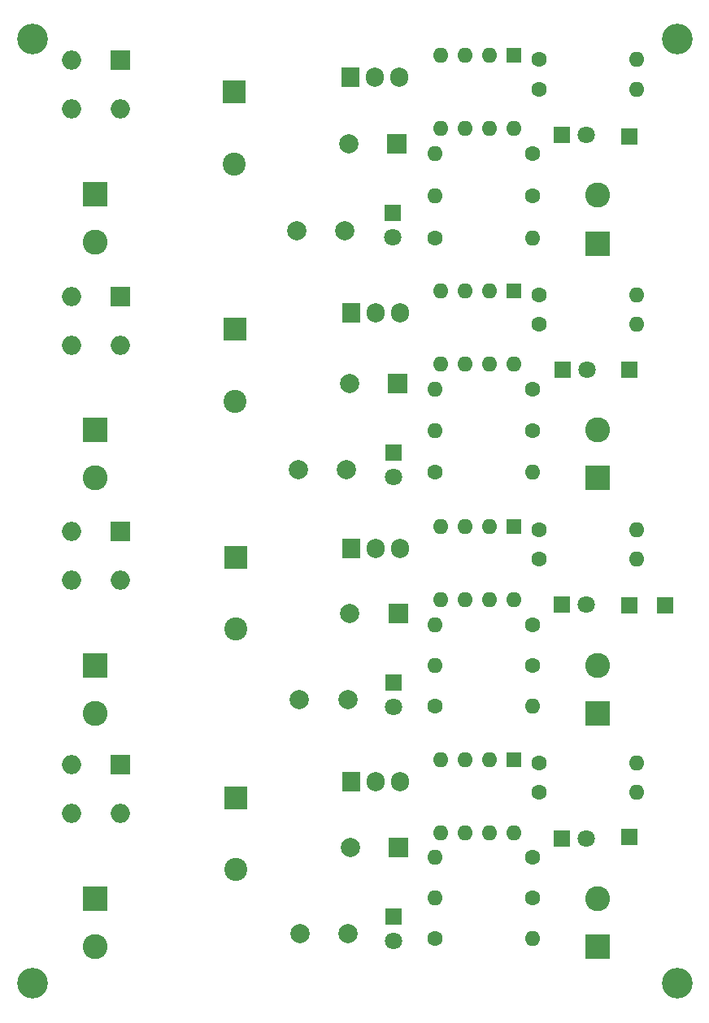
<source format=gbr>
%TF.GenerationSoftware,KiCad,Pcbnew,8.0.4*%
%TF.CreationDate,2025-01-05T13:35:29+05:30*%
%TF.ProjectId,Driver Circuit Combined - V1,44726976-6572-4204-9369-726375697420,rev?*%
%TF.SameCoordinates,Original*%
%TF.FileFunction,Soldermask,Bot*%
%TF.FilePolarity,Negative*%
%FSLAX46Y46*%
G04 Gerber Fmt 4.6, Leading zero omitted, Abs format (unit mm)*
G04 Created by KiCad (PCBNEW 8.0.4) date 2025-01-05 13:35:29*
%MOMM*%
%LPD*%
G01*
G04 APERTURE LIST*
%ADD10R,1.905000X2.000000*%
%ADD11O,1.905000X2.000000*%
%ADD12C,1.600000*%
%ADD13O,1.600000X1.600000*%
%ADD14R,1.800000X1.800000*%
%ADD15C,1.800000*%
%ADD16R,2.600000X2.600000*%
%ADD17C,2.600000*%
%ADD18C,2.000000*%
%ADD19R,1.600000X1.600000*%
%ADD20R,2.400000X2.400000*%
%ADD21C,2.400000*%
%ADD22R,2.000000X2.000000*%
%ADD23O,2.000000X2.000000*%
%ADD24R,1.700000X1.700000*%
%ADD25C,3.200000*%
G04 APERTURE END LIST*
D10*
%TO.C,7815*%
X163158000Y-113346000D03*
D11*
X165698000Y-113346000D03*
X168238000Y-113346000D03*
%TD*%
D12*
%TO.C,10E*%
X182058000Y-170056000D03*
D13*
X171898000Y-170056000D03*
%TD*%
D12*
%TO.C,10K*%
X182058000Y-150046000D03*
D13*
X171898000Y-150046000D03*
%TD*%
D12*
%TO.C,220E*%
X182718000Y-90006000D03*
D13*
X192878000Y-90006000D03*
%TD*%
D12*
%TO.C,220E*%
X182758000Y-114476000D03*
D13*
X192918000Y-114476000D03*
%TD*%
D10*
%TO.C,7815*%
X163178000Y-162156000D03*
D11*
X165718000Y-162156000D03*
X168258000Y-162156000D03*
%TD*%
D14*
%TO.C,SIG LED 2*%
X185138000Y-119246000D03*
D15*
X187678000Y-119246000D03*
%TD*%
D12*
%TO.C,10K*%
X182078000Y-174286000D03*
D13*
X171918000Y-174286000D03*
%TD*%
D16*
%TO.C,AC INPUT 3*%
X136508000Y-150016000D03*
D17*
X136508000Y-155016000D03*
%TD*%
D12*
%TO.C,220E*%
X182733000Y-163296000D03*
D13*
X192893000Y-163296000D03*
%TD*%
D18*
%TO.C,0.1uF*%
X162638000Y-129646000D03*
X157638000Y-129646000D03*
%TD*%
D19*
%TO.C,TL250H*%
X180088000Y-86456000D03*
D13*
X177548000Y-86456000D03*
X175008000Y-86456000D03*
X172468000Y-86456000D03*
X172468000Y-94076000D03*
X175008000Y-94076000D03*
X177548000Y-94076000D03*
X180088000Y-94076000D03*
%TD*%
D12*
%TO.C,10E*%
X182068000Y-145796000D03*
D13*
X171908000Y-145796000D03*
%TD*%
D14*
%TO.C,DC LED 4*%
X167568000Y-176256000D03*
D15*
X167568000Y-178796000D03*
%TD*%
D20*
%TO.C,2200uF*%
X150998000Y-90286000D03*
D21*
X150998000Y-97786000D03*
%TD*%
D12*
%TO.C,2.2K*%
X171908000Y-129866000D03*
D13*
X182068000Y-129866000D03*
%TD*%
D12*
%TO.C,2.2K*%
X182733000Y-135956000D03*
D13*
X192893000Y-135956000D03*
%TD*%
D12*
%TO.C,10E*%
X182078000Y-121246000D03*
D13*
X171918000Y-121246000D03*
%TD*%
D12*
%TO.C,2.2K*%
X171888000Y-178546000D03*
D13*
X182048000Y-178546000D03*
%TD*%
D14*
%TO.C,DC LED 3*%
X167548000Y-151856000D03*
D15*
X167548000Y-154396000D03*
%TD*%
D18*
%TO.C,0.1uF*%
X162788000Y-153606000D03*
X157788000Y-153606000D03*
%TD*%
D14*
%TO.C,SIG LED 1*%
X185088000Y-94806000D03*
D15*
X187628000Y-94806000D03*
%TD*%
D14*
%TO.C,SIG LED 4 *%
X185098000Y-168086000D03*
D15*
X187638000Y-168086000D03*
%TD*%
D22*
%TO.C,D4*%
X139108000Y-160406000D03*
D23*
X134028000Y-160406000D03*
X134028000Y-165486000D03*
X139108000Y-165486000D03*
%TD*%
D16*
%TO.C,DC OUTPUT 1*%
X188828000Y-106076000D03*
D17*
X188828000Y-101076000D03*
%TD*%
D22*
%TO.C,D1*%
X139108000Y-87006000D03*
D23*
X134028000Y-87006000D03*
X134028000Y-92086000D03*
X139108000Y-92086000D03*
%TD*%
D20*
%TO.C,2200uF*%
X151128000Y-163818220D03*
D21*
X151128000Y-171318220D03*
%TD*%
D14*
%TO.C,DC LED 2*%
X167548000Y-127896000D03*
D15*
X167548000Y-130436000D03*
%TD*%
D16*
%TO.C,AC INPUT 1*%
X136508000Y-100956000D03*
D17*
X136508000Y-105956000D03*
%TD*%
D12*
%TO.C,10K*%
X182068000Y-125566000D03*
D13*
X171908000Y-125566000D03*
%TD*%
D24*
%TO.C,SIG IN 3*%
X192143000Y-143796000D03*
%TD*%
D14*
%TO.C,SIG LED 3*%
X185098000Y-143746000D03*
D15*
X187638000Y-143746000D03*
%TD*%
D10*
%TO.C,7815*%
X163088000Y-88756000D03*
D11*
X165628000Y-88756000D03*
X168168000Y-88756000D03*
%TD*%
D12*
%TO.C,10E*%
X182018000Y-96726000D03*
D13*
X171858000Y-96726000D03*
%TD*%
D19*
%TO.C,TLP250H*%
X180128000Y-111046000D03*
D13*
X177588000Y-111046000D03*
X175048000Y-111046000D03*
X172508000Y-111046000D03*
X172508000Y-118666000D03*
X175048000Y-118666000D03*
X177588000Y-118666000D03*
X180128000Y-118666000D03*
%TD*%
D20*
%TO.C,2200uF*%
X151078000Y-115038220D03*
D21*
X151078000Y-122538220D03*
%TD*%
D25*
%TO.C,*%
X129950000Y-84820000D03*
%TD*%
D12*
%TO.C,2.2K*%
X171858000Y-154266000D03*
D13*
X182018000Y-154266000D03*
%TD*%
D24*
%TO.C,GND*%
X195820000Y-143780000D03*
%TD*%
%TO.C,SIG IN 1*%
X192128000Y-94906000D03*
%TD*%
D18*
%TO.C,0.1uF*%
X162798000Y-178006000D03*
X157798000Y-178006000D03*
%TD*%
D25*
%TO.C,*%
X197100000Y-183170000D03*
%TD*%
D16*
%TO.C,AC INPUT 4*%
X136508000Y-174366000D03*
D17*
X136508000Y-179366000D03*
%TD*%
D12*
%TO.C,220E*%
X182733000Y-138996000D03*
D13*
X192893000Y-138996000D03*
%TD*%
D14*
%TO.C,DC LED 1*%
X167468000Y-102936000D03*
D15*
X167468000Y-105476000D03*
%TD*%
D19*
%TO.C,TLP250H*%
X180128000Y-135556000D03*
D13*
X177588000Y-135556000D03*
X175048000Y-135556000D03*
X172508000Y-135556000D03*
X172508000Y-143176000D03*
X175048000Y-143176000D03*
X177588000Y-143176000D03*
X180128000Y-143176000D03*
%TD*%
D10*
%TO.C,7815*%
X163168000Y-137856000D03*
D11*
X165708000Y-137856000D03*
X168248000Y-137856000D03*
%TD*%
D12*
%TO.C,10K*%
X182038000Y-101156000D03*
D13*
X171878000Y-101156000D03*
%TD*%
D19*
%TO.C,TLP250H*%
X180118000Y-159856000D03*
D13*
X177578000Y-159856000D03*
X175038000Y-159856000D03*
X172498000Y-159856000D03*
X172498000Y-167476000D03*
X175038000Y-167476000D03*
X177578000Y-167476000D03*
X180118000Y-167476000D03*
%TD*%
D12*
%TO.C,2.2K*%
X182733000Y-160256000D03*
D13*
X192893000Y-160256000D03*
%TD*%
D22*
%TO.C,220uF*%
X167938000Y-95666000D03*
D18*
X162938000Y-95666000D03*
%TD*%
D16*
%TO.C,DC OUTPUT 3*%
X188843000Y-155016000D03*
D17*
X188843000Y-150016000D03*
%TD*%
D20*
%TO.C,2200uF*%
X151118000Y-138766000D03*
D21*
X151118000Y-146266000D03*
%TD*%
D16*
%TO.C,DC OUTPUT 4*%
X188843000Y-179366000D03*
D17*
X188843000Y-174366000D03*
%TD*%
D22*
%TO.C,D3*%
X139108000Y-136106000D03*
D23*
X134028000Y-136106000D03*
X134028000Y-141186000D03*
X139108000Y-141186000D03*
%TD*%
D12*
%TO.C,2.2K*%
X182758000Y-111446000D03*
D13*
X192918000Y-111446000D03*
%TD*%
D22*
%TO.C,220uF*%
X168098000Y-169036000D03*
D18*
X163098000Y-169036000D03*
%TD*%
D24*
%TO.C,SIG IN 2*%
X192143000Y-119246000D03*
%TD*%
D22*
%TO.C,220uF*%
X167995677Y-120656000D03*
D18*
X162995677Y-120656000D03*
%TD*%
D16*
%TO.C,DC OUTPUT 2*%
X188843000Y-130536000D03*
D17*
X188843000Y-125536000D03*
%TD*%
D12*
%TO.C,2.2K*%
X182718000Y-86866000D03*
D13*
X192878000Y-86866000D03*
%TD*%
D12*
%TO.C,2.2K*%
X171848000Y-105516000D03*
D13*
X182008000Y-105516000D03*
%TD*%
D16*
%TO.C,AC INPUT 2*%
X136508000Y-125536000D03*
D17*
X136508000Y-130536000D03*
%TD*%
D18*
%TO.C,0.1uF*%
X162518000Y-104786000D03*
X157518000Y-104786000D03*
%TD*%
D22*
%TO.C,D2*%
X139108000Y-111596000D03*
D23*
X134028000Y-111596000D03*
X134028000Y-116676000D03*
X139108000Y-116676000D03*
%TD*%
D24*
%TO.C,SIG IN 4*%
X192143000Y-167926000D03*
%TD*%
D25*
%TO.C,*%
X129950000Y-183170000D03*
%TD*%
%TO.C,*%
X197100000Y-84820000D03*
%TD*%
D22*
%TO.C,220uF*%
X168038000Y-144626000D03*
D18*
X163038000Y-144626000D03*
%TD*%
M02*

</source>
